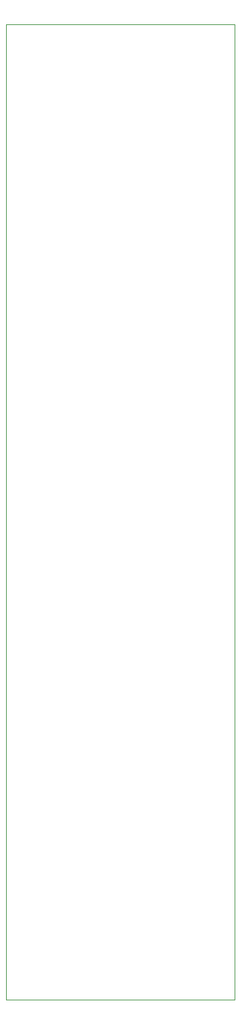
<source format=gbr>
G04 start of page 4 for group 2 idx 6 *
G04 Title: LED driver v. 0.1, Outline *
G04 Creator: pcb 1.99x *
G04 CreationDate: Sun Jul 26 20:33:58 2009 UTC *
G04 For: davidellsworth *
G04 Format: Gerber/RS-274X *
G04 PCB-Dimensions: 113000 481000 *
G04 PCB-Coordinate-Origin: lower left *
%MOIN*%
%FSLAX24Y24*%
%LNOUTLINE*%
%ADD11C,0.0200*%
%ADD17C,0.0812*%
%ADD18C,0.0500*%
%ADD19C,0.2500*%
%ADD20C,0.0450*%
%ADD21C,0.0512*%
%ADD22C,0.0250*%
%ADD23C,0.1250*%
%ADD33C,0.0010*%
G54D33*X0Y48100D02*Y0D01*
X11300Y48100D02*Y0D01*
X0Y48100D02*X11300D01*
X0Y0D02*X11300D01*
G54D21*G54D22*G54D23*G54D22*G54D11*G54D22*G54D11*G54D22*G54D23*G54D22*G54D23*G54D22*G54D11*G54D22*M02*

</source>
